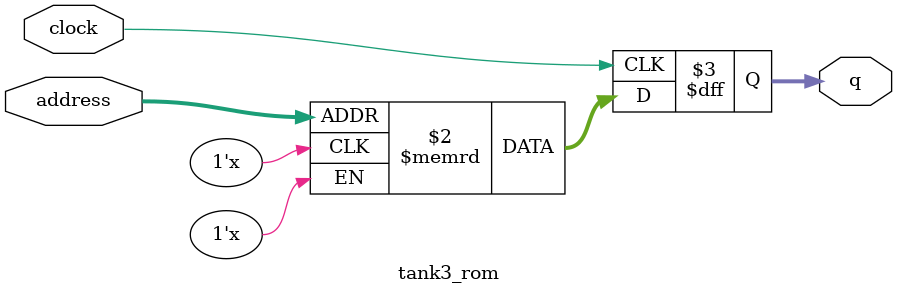
<source format=sv>
module tank3_rom (
	input logic clock,
	input logic [9:0] address,
	output logic [1:0] q
);

logic [1:0] memory [0:624] /* synthesis ram_init_file = "./tank3/tank3.COE" */;

always_ff @ (posedge clock) begin
	q <= memory[address];
end

endmodule

</source>
